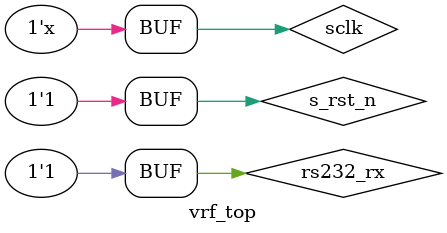
<source format=v>
`timescale 1ns / 1ps


module vrf_top;

	// Inputs
	reg s_rst_n;
	reg sclk;
	reg rs232_rx;

	// Outputs
	wire rs232_tx;

	// Instantiate the Unit Under Test (UUT)
	top uut (
		.s_rst_n(s_rst_n), 
		.sclk(sclk), 
		.rs232_rx(rs232_rx), 
		.rs232_tx(rs232_tx)
	);

	initial begin
		// Initialize Inputs
		s_rst_n = 0;
		sclk = 0;
		rs232_rx = 1;

		// Wait 100 ns for global reset to finish
		#100;
        s_rst_n = 1;
		// Add stimulus here
		
		#1000;
		//start
		rs232_rx = 0;
		#104166;
		//data
		rs232_rx = 1;
		#104166;
		rs232_rx = 0;
		#104166;
		rs232_rx = 1;
		#104166;
		rs232_rx = 0;
		#104166;
		rs232_rx = 1;
		#104166;
		rs232_rx = 0;
		#104166;
		rs232_rx = 1;
		#104166;
		rs232_rx = 0;
		#104166;
		//stop
		rs232_rx = 1;		
	end
	
    always #10 sclk = ~sclk;
 

	
endmodule


</source>
